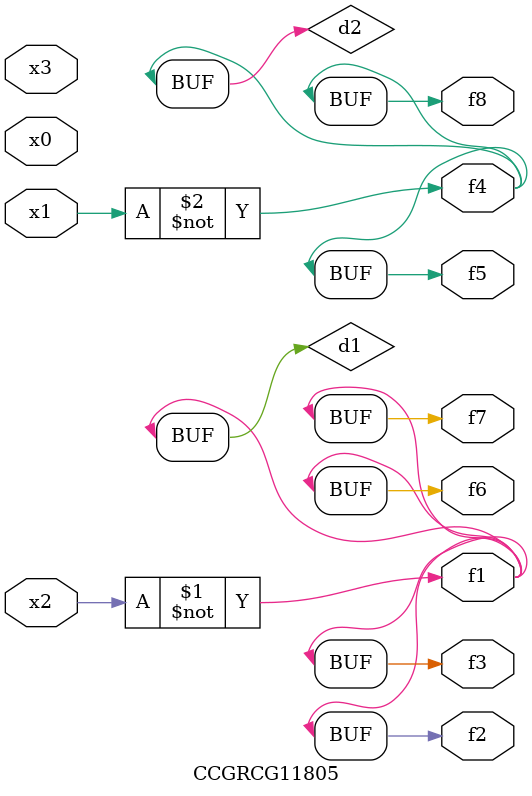
<source format=v>
module CCGRCG11805(
	input x0, x1, x2, x3,
	output f1, f2, f3, f4, f5, f6, f7, f8
);

	wire d1, d2;

	xnor (d1, x2);
	not (d2, x1);
	assign f1 = d1;
	assign f2 = d1;
	assign f3 = d1;
	assign f4 = d2;
	assign f5 = d2;
	assign f6 = d1;
	assign f7 = d1;
	assign f8 = d2;
endmodule

</source>
